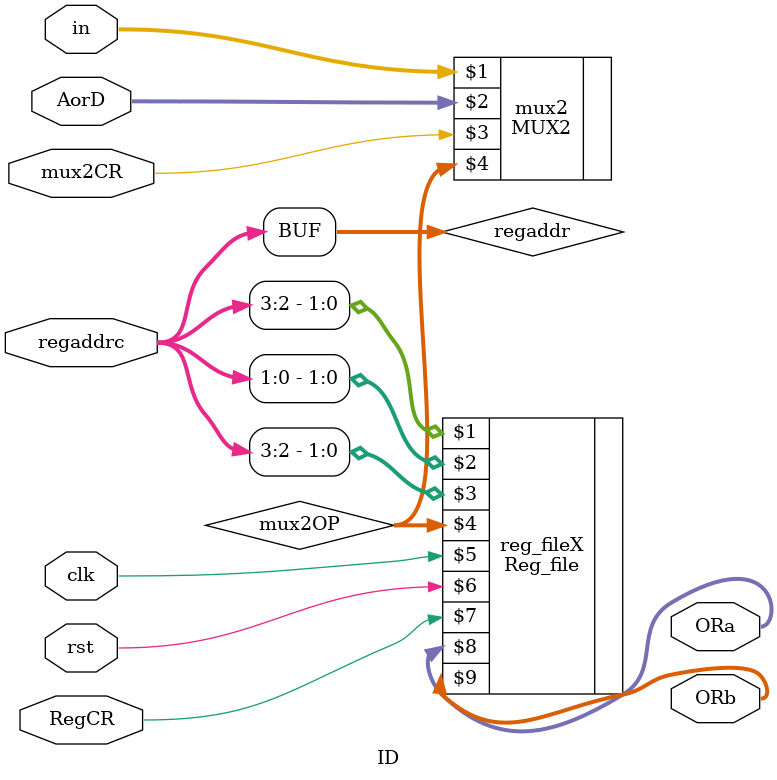
<source format=v>
`timescale 1ns / 1ps
module ID(
    input [3:0] regaddrc,
    input RegCR,
    output [7:0] ORa,
    output [7:0] ORb,
    input [7:0] in,
    input [7:0] AorD,
    input mux2CR,
    input clk,
    input rst
    );
	 
	  wire [3:0] regaddr;
	 wire [7:0] mux2OP;
	 
	 Reg_file reg_fileX (regaddr[3:2], regaddr[1:0], regaddr[3:2], mux2OP, clk, rst, RegCR, ORa, ORb);
	 
    MUX2 mux2 (in,AorD,mux2CR,mux2OP);
	 
	 assign regaddr = regaddrc;


endmodule

</source>
